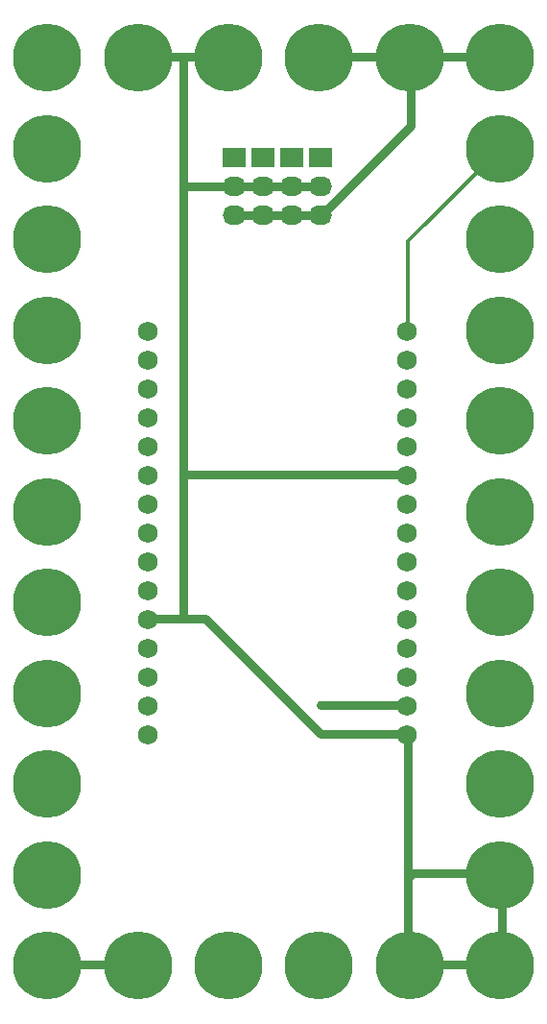
<source format=gbl>
%TF.GenerationSoftware,KiCad,Pcbnew,4.0.7-e2-6376~58~ubuntu16.04.1*%
%TF.CreationDate,2018-07-18T10:10:47-07:00*%
%TF.ProjectId,6x11-NodeMCU-V2-Breakout,367831312D4E6F64654D43552D56322D,1.0*%
%TF.FileFunction,Copper,L2,Bot,Signal*%
%FSLAX46Y46*%
G04 Gerber Fmt 4.6, Leading zero omitted, Abs format (unit mm)*
G04 Created by KiCad (PCBNEW 4.0.7-e2-6376~58~ubuntu16.04.1) date Wed Jul 18 10:10:47 2018*
%MOMM*%
%LPD*%
G01*
G04 APERTURE LIST*
%ADD10C,0.350000*%
%ADD11R,2.032000X1.727200*%
%ADD12O,2.032000X1.727200*%
%ADD13C,6.000000*%
%ADD14C,1.727200*%
%ADD15C,0.685800*%
%ADD16C,0.762000*%
%ADD17C,0.330200*%
%ADD18C,0.330200*%
%ADD19C,0.350000*%
G04 APERTURE END LIST*
D10*
D11*
X66040000Y-34290000D03*
D12*
X66040000Y-36830000D03*
X66040000Y-39370000D03*
D11*
X63500000Y-34290000D03*
D12*
X63500000Y-36830000D03*
X63500000Y-39370000D03*
D11*
X60960000Y-34290000D03*
D12*
X60960000Y-36830000D03*
X60960000Y-39370000D03*
D11*
X58420000Y-34290000D03*
D12*
X58420000Y-36830000D03*
X58420000Y-39370000D03*
D13*
X81941400Y-65501600D03*
X81940400Y-57501600D03*
X81940400Y-41501600D03*
X81940400Y-73501600D03*
X81940400Y-33501600D03*
X81940400Y-49501600D03*
X81941400Y-81501600D03*
X81941400Y-89501600D03*
X81940400Y-25501600D03*
X73941400Y-25501600D03*
X57941400Y-25501600D03*
X49941400Y-25501600D03*
X57941400Y-105501600D03*
X49941400Y-105501600D03*
X81940400Y-105501600D03*
X73941400Y-105501600D03*
X41941400Y-105501600D03*
X41941400Y-89501600D03*
X41941400Y-81501600D03*
X41941400Y-73501600D03*
X41941400Y-65501600D03*
X41941400Y-57501600D03*
X41941400Y-49501600D03*
X41941400Y-41501600D03*
X41941400Y-33501600D03*
X41941400Y-25501600D03*
X81941400Y-97501600D03*
X41941400Y-97501600D03*
X65941400Y-25501600D03*
X65941400Y-105501600D03*
D14*
X73691400Y-85191600D03*
X73691400Y-82651600D03*
X73691400Y-80111600D03*
X73691400Y-77571600D03*
X73691400Y-75031600D03*
X73691400Y-72491600D03*
X73691400Y-69951600D03*
X73691400Y-67411600D03*
X73691400Y-64871600D03*
X73691400Y-62331600D03*
X73691400Y-59791600D03*
X73691400Y-57251600D03*
X50831400Y-59791600D03*
X50831400Y-80111600D03*
X50831400Y-64871600D03*
X50831400Y-62331600D03*
X50831400Y-82651600D03*
X50831400Y-75031600D03*
X50831400Y-85191600D03*
X50831400Y-72491600D03*
X50831400Y-69951600D03*
X50831400Y-67411600D03*
X50831400Y-77571600D03*
X50831400Y-57251600D03*
X50831400Y-52171600D03*
X50831400Y-54711600D03*
X50831400Y-49631600D03*
X73691400Y-52171600D03*
X73691400Y-54711600D03*
X73691400Y-49631600D03*
D15*
X66040000Y-82550000D03*
D16*
X53975000Y-74930000D02*
X53975000Y-62230000D01*
X53975000Y-62230000D02*
X53975000Y-36830000D01*
X73790000Y-62230000D02*
X53975000Y-62230000D01*
X58040000Y-25400000D02*
X53975000Y-25400000D01*
X53975000Y-25400000D02*
X50040000Y-25400000D01*
X53975000Y-29335000D02*
X53975000Y-25400000D01*
X53975000Y-36830000D02*
X53975000Y-29335000D01*
X58420000Y-36830000D02*
X56642000Y-36830000D01*
X56642000Y-36830000D02*
X53975000Y-36830000D01*
X53975000Y-74930000D02*
X55880000Y-74930000D01*
X50930000Y-74930000D02*
X53975000Y-74930000D01*
X63500000Y-36830000D02*
X66040000Y-36830000D01*
X60960000Y-36830000D02*
X63500000Y-36830000D01*
X58420000Y-36830000D02*
X60960000Y-36830000D01*
X73790000Y-85090000D02*
X73790000Y-97790000D01*
X73790000Y-97790000D02*
X73790000Y-105150000D01*
X82040000Y-97400000D02*
X74180000Y-97400000D01*
X74180000Y-97400000D02*
X73790000Y-97790000D01*
X73790000Y-105150000D02*
X74040000Y-105400000D01*
X55880000Y-74930000D02*
X66040000Y-85090000D01*
X66040000Y-85090000D02*
X73790000Y-85090000D01*
X82039000Y-105400000D02*
X82039000Y-101157360D01*
X82039000Y-101157360D02*
X82040000Y-101156360D01*
X82040000Y-101156360D02*
X82040000Y-97400000D01*
X74040000Y-105400000D02*
X82039000Y-105400000D01*
X66040000Y-39370000D02*
X66192400Y-39370000D01*
X66192400Y-39370000D02*
X74040000Y-31522400D01*
X74040000Y-31522400D02*
X74040000Y-29642640D01*
X74040000Y-29642640D02*
X74040000Y-25400000D01*
X73790000Y-82550000D02*
X66040000Y-82550000D01*
X74040000Y-25400000D02*
X66040000Y-25400000D01*
X82039000Y-25400000D02*
X77796360Y-25400000D01*
X77796360Y-25400000D02*
X74040000Y-25400000D01*
X63500000Y-39370000D02*
X66040000Y-39370000D01*
X60960000Y-39370000D02*
X63500000Y-39370000D01*
X58420000Y-39370000D02*
X60960000Y-39370000D01*
X50040000Y-105400000D02*
X42040000Y-105400000D01*
D17*
X82039000Y-33400000D02*
X73790000Y-41649000D01*
X73790000Y-41649000D02*
X73790000Y-49530000D01*
D18*
X66040000Y-82550000D03*
D19*
X66040000Y-34290000D03*
X66040000Y-36830000D03*
X66040000Y-39370000D03*
X63500000Y-34290000D03*
X63500000Y-36830000D03*
X63500000Y-39370000D03*
X60960000Y-34290000D03*
X60960000Y-36830000D03*
X60960000Y-39370000D03*
X58420000Y-34290000D03*
X58420000Y-36830000D03*
X58420000Y-39370000D03*
X81941400Y-65501600D03*
X81940400Y-57501600D03*
X81940400Y-41501600D03*
X81940400Y-73501600D03*
X81940400Y-33501600D03*
X81940400Y-49501600D03*
X81941400Y-81501600D03*
X81941400Y-89501600D03*
X81940400Y-25501600D03*
X73941400Y-25501600D03*
X57941400Y-25501600D03*
X49941400Y-25501600D03*
X57941400Y-105501600D03*
X49941400Y-105501600D03*
X81940400Y-105501600D03*
X73941400Y-105501600D03*
X41941400Y-105501600D03*
X41941400Y-89501600D03*
X41941400Y-81501600D03*
X41941400Y-73501600D03*
X41941400Y-65501600D03*
X41941400Y-57501600D03*
X41941400Y-49501600D03*
X41941400Y-41501600D03*
X41941400Y-33501600D03*
X41941400Y-25501600D03*
X81941400Y-97501600D03*
X41941400Y-97501600D03*
X65941400Y-25501600D03*
X65941400Y-105501600D03*
X73691400Y-85191600D03*
X73691400Y-82651600D03*
X73691400Y-80111600D03*
X73691400Y-77571600D03*
X73691400Y-75031600D03*
X73691400Y-72491600D03*
X73691400Y-69951600D03*
X73691400Y-67411600D03*
X73691400Y-64871600D03*
X73691400Y-62331600D03*
X73691400Y-59791600D03*
X73691400Y-57251600D03*
X50831400Y-59791600D03*
X50831400Y-80111600D03*
X50831400Y-64871600D03*
X50831400Y-62331600D03*
X50831400Y-82651600D03*
X50831400Y-75031600D03*
X50831400Y-85191600D03*
X50831400Y-72491600D03*
X50831400Y-69951600D03*
X50831400Y-67411600D03*
X50831400Y-77571600D03*
X50831400Y-57251600D03*
X50831400Y-52171600D03*
X50831400Y-54711600D03*
X50831400Y-49631600D03*
X73691400Y-52171600D03*
X73691400Y-54711600D03*
X73691400Y-49631600D03*
M02*

</source>
